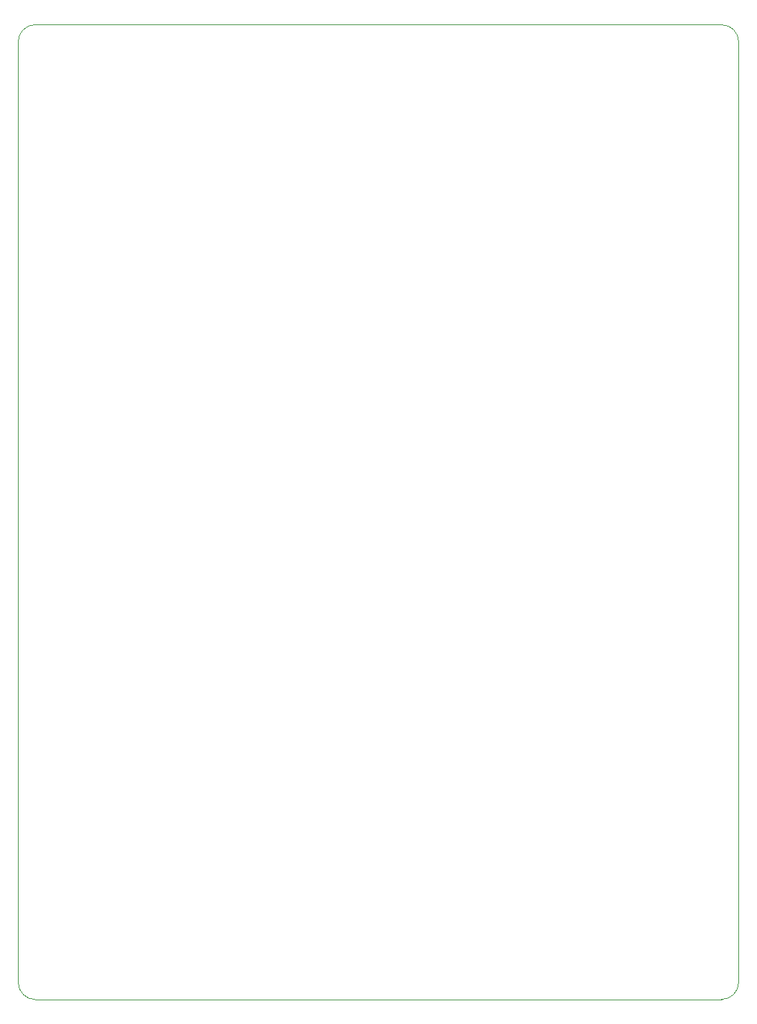
<source format=gm1>
%TF.GenerationSoftware,KiCad,Pcbnew,5.1.9-73d0e3b20d~88~ubuntu20.04.1*%
%TF.CreationDate,2021-03-17T19:49:15+01:00*%
%TF.ProjectId,TestBoard,54657374-426f-4617-9264-2e6b69636164,rev?*%
%TF.SameCoordinates,Original*%
%TF.FileFunction,Profile,NP*%
%FSLAX46Y46*%
G04 Gerber Fmt 4.6, Leading zero omitted, Abs format (unit mm)*
G04 Created by KiCad (PCBNEW 5.1.9-73d0e3b20d~88~ubuntu20.04.1) date 2021-03-17 19:49:15*
%MOMM*%
%LPD*%
G01*
G04 APERTURE LIST*
%TA.AperFunction,Profile*%
%ADD10C,0.050000*%
%TD*%
G04 APERTURE END LIST*
D10*
X67000000Y-185000000D02*
G75*
G02*
X65000000Y-183000000I0J2000000D01*
G01*
X150000000Y-183000000D02*
G75*
G02*
X148000000Y-185000000I-2000000J0D01*
G01*
X148000000Y-70000000D02*
G75*
G02*
X150000000Y-72000000I0J-2000000D01*
G01*
X65000000Y-72000000D02*
G75*
G02*
X67000000Y-70000000I2000000J0D01*
G01*
X148000000Y-70000000D02*
X67000000Y-70000000D01*
X150000000Y-183000000D02*
X150000000Y-72000000D01*
X67000000Y-185000000D02*
X148000000Y-185000000D01*
X65000000Y-72000000D02*
X65000000Y-183000000D01*
M02*

</source>
